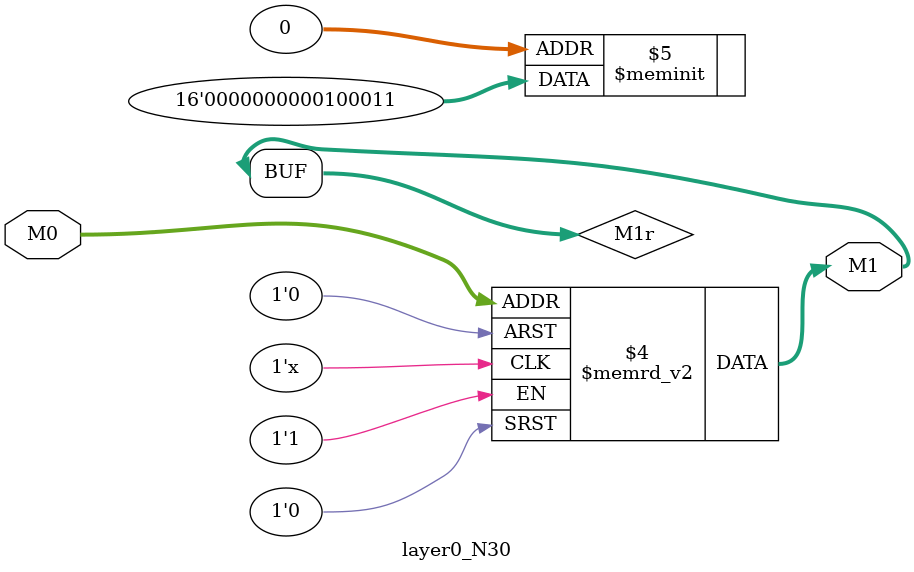
<source format=v>
module layer0_N30 ( input [2:0] M0, output [1:0] M1 );

	(*rom_style = "distributed" *) reg [1:0] M1r;
	assign M1 = M1r;
	always @ (M0) begin
		case (M0)
			3'b000: M1r = 2'b11;
			3'b100: M1r = 2'b00;
			3'b010: M1r = 2'b10;
			3'b110: M1r = 2'b00;
			3'b001: M1r = 2'b00;
			3'b101: M1r = 2'b00;
			3'b011: M1r = 2'b00;
			3'b111: M1r = 2'b00;

		endcase
	end
endmodule

</source>
